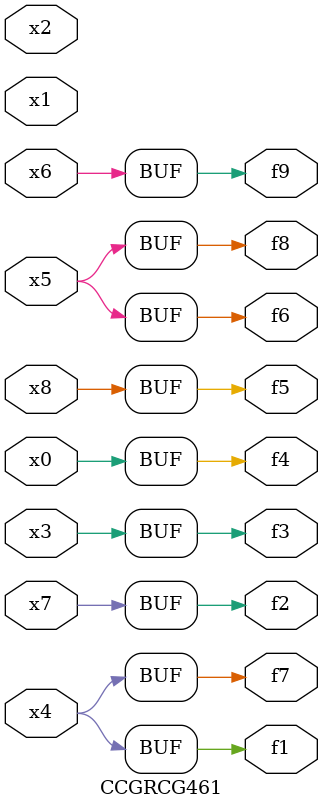
<source format=v>
module CCGRCG461(
	input x0, x1, x2, x3, x4, x5, x6, x7, x8,
	output f1, f2, f3, f4, f5, f6, f7, f8, f9
);
	assign f1 = x4;
	assign f2 = x7;
	assign f3 = x3;
	assign f4 = x0;
	assign f5 = x8;
	assign f6 = x5;
	assign f7 = x4;
	assign f8 = x5;
	assign f9 = x6;
endmodule

</source>
